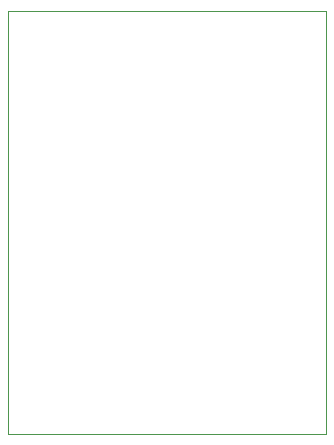
<source format=gm1>
G04 #@! TF.GenerationSoftware,KiCad,Pcbnew,(5.1.2)-1*
G04 #@! TF.CreationDate,2024-09-09T18:42:11+01:00*
G04 #@! TF.ProjectId,Starter_PCB01,53746172-7465-4725-9f50-434230312e6b,rev?*
G04 #@! TF.SameCoordinates,Original*
G04 #@! TF.FileFunction,Profile,NP*
%FSLAX46Y46*%
G04 Gerber Fmt 4.6, Leading zero omitted, Abs format (unit mm)*
G04 Created by KiCad (PCBNEW (5.1.2)-1) date 2024-09-09 18:42:11*
%MOMM*%
%LPD*%
G04 APERTURE LIST*
%ADD10C,0.050000*%
G04 APERTURE END LIST*
D10*
X172720000Y-69596000D02*
X172720000Y-105410000D01*
X145796000Y-105410000D02*
X172720000Y-105410000D01*
X145796000Y-105410000D02*
X145796000Y-69596000D01*
X145796000Y-69596000D02*
X172720000Y-69596000D01*
M02*

</source>
